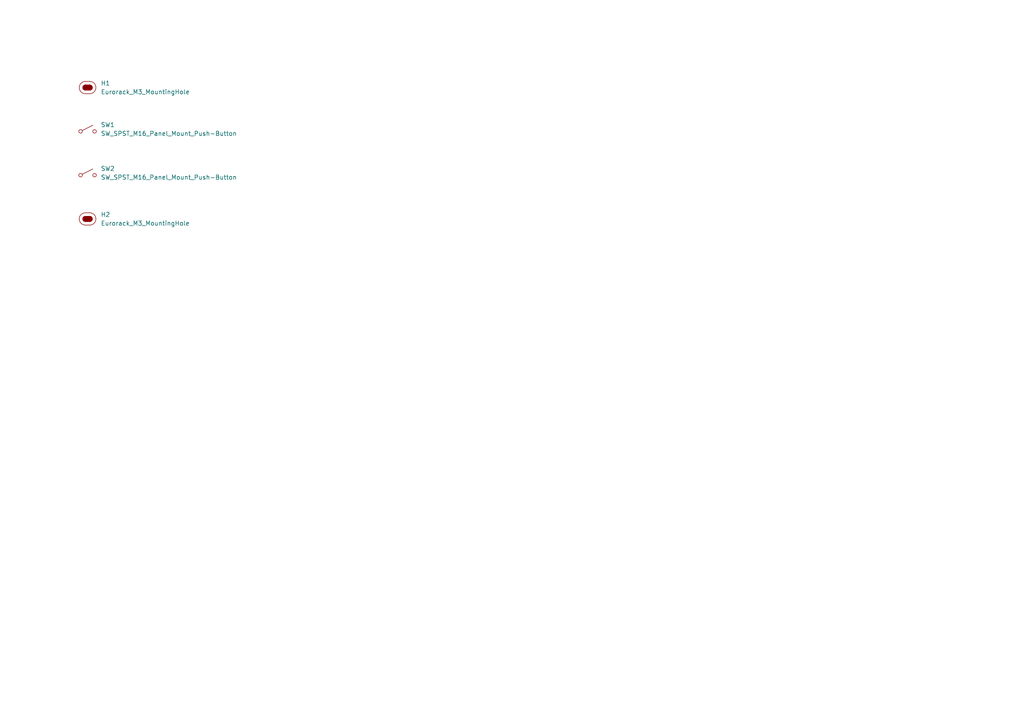
<source format=kicad_sch>
(kicad_sch (version 20250114) (generator "eeschema") (generator_version "9.0")
  (paper "A4")
  (lib_symbols
    (symbol "EXC:Eurorack_M3_MountingHole" (pin_names (offset 1.016))
      (property "Reference" "H" (at 0 5.08 0))
      (property "Value" "Eurorack_M3_MountingHole" (at 0 3.175 0))
      (symbol "Eurorack_M3_MountingHole_0_1"
        (polyline (pts (xy -0.635 0.762) (xy 0.635 0.762)))
        (circle (center -0.635 0) (radius 0.762) (fill (type outline)))
        (arc (start -0.635 -0.762) (mid -1.397 0) (end -0.635 0.762))
        (arc (start -0.635 -1.778) (mid -2.413 0) (end -0.635 1.778))
        (polyline (pts (xy -0.635 -0.762) (xy 0.635 -0.762)))
        (polyline (pts (xy -0.635 -1.778) (xy 0.635 -1.778)))
        (circle (center 0 0) (radius 0.762) (fill (type outline)))
        (polyline (pts (xy 0.635 1.778) (xy -0.635 1.778)))
        (arc (start 0.6141 1.778) (mid 2.4131 0) (end 0.6141 -1.778))
        (arc (start 0.6227 0.762) (mid 1.3971 0) (end 0.6227 -0.762))
        (circle (center 0.635 0) (radius 0.762) (fill (type outline)))
      )
    )
    (symbol "EXC:SW_SPST-M16_Panel_Mount_Push-Button" (pin_names (offset 0) (hide yes))
      (property "Reference" "SW" (at 0 3.175 0))
      (property "Value" "SW_SPST_M16_Panel_Mount_Push-Button" (at 0 -2.032 0))
      (symbol "SW_SPST-M16_Panel_Mount_Push-Button_0_0"
        (circle (center -2.032 0) (radius 0.508))
        (polyline (pts (xy -1.524 0.254) (xy 1.524 1.778)))
        (circle (center 2.032 0) (radius 0.508))
      )
    )
  )
  (symbol (lib_id "EXC:SW_SPST-M16_Panel_Mount_Push-Button") (at 25.4 50.8 0) (unit 1)
    (property "Reference" "SW2" (at 29.21 48.8949 0) (effects (justify left)))
    (property "Value" "SW_SPST_M16_Panel_Mount_Push-Button" (at 29.21 51.4349 0) (effects (justify left)))
    (property "Footprint" "EXC:SW_SPST_M16_Panel_Mount_Push-Button" (effects (hide yes)))
    (property "Datasheet" "https://ae01.alicdn.com/kf/Hb7108e41e3624ebcb499960f1397143a2.jpg" (effects (hide yes)))
    (property "Description" "Single Pole Single-Throw (SPST) M16 panel-mount Push-Button switch" (effects (hide yes)))
    (property "Source" "https://www.aliexpress.com/item/4000830670631.html" (effects (hide yes)))
  )
  (symbol (lib_id "EXC:SW_SPST-M16_Panel_Mount_Push-Button") (at 25.4 38.1 0) (unit 1)
    (property "Reference" "SW1" (at 29.21 36.1949 0) (effects (justify left)))
    (property "Value" "SW_SPST_M16_Panel_Mount_Push-Button" (at 29.21 38.7349 0) (effects (justify left)))
    (property "Footprint" "EXC:SW_SPST_M16_Panel_Mount_Push-Button" (effects (hide yes)))
    (property "Datasheet" "https://ae01.alicdn.com/kf/Hb7108e41e3624ebcb499960f1397143a2.jpg" (effects (hide yes)))
    (property "Description" "Single Pole Single-Throw (SPST) M16 panel-mount Push-Button switch" (effects (hide yes)))
    (property "Source" "https://www.aliexpress.com/item/4000830670631.html" (effects (hide yes)))
  )
  (symbol (lib_id "EXC:Eurorack_M3_MountingHole") (at 25.4 63.5 0) (unit 1)
    (property "Reference" "H2" (at 29.21 62.2299 0) (effects (justify left)))
    (property "Value" "Eurorack_M3_MountingHole" (at 29.21 64.7699 0) (effects (justify left)))
    (property "Footprint" "EXC:MountingHole_3.2mm_M3" (effects (hide yes)))
    (property "Description" "Mounting Hole without connection" (effects (hide yes)))
  )
  (symbol (lib_id "EXC:Eurorack_M3_MountingHole") (at 25.4 25.4 0) (unit 1)
    (property "Reference" "H1" (at 29.21 24.1299 0) (effects (justify left)))
    (property "Value" "Eurorack_M3_MountingHole" (at 29.21 26.6699 0) (effects (justify left)))
    (property "Footprint" "EXC:MountingHole_3.2mm_M3" (effects (hide yes)))
    (property "Description" "Mounting Hole without connection" (effects (hide yes)))
  )
)
</source>
